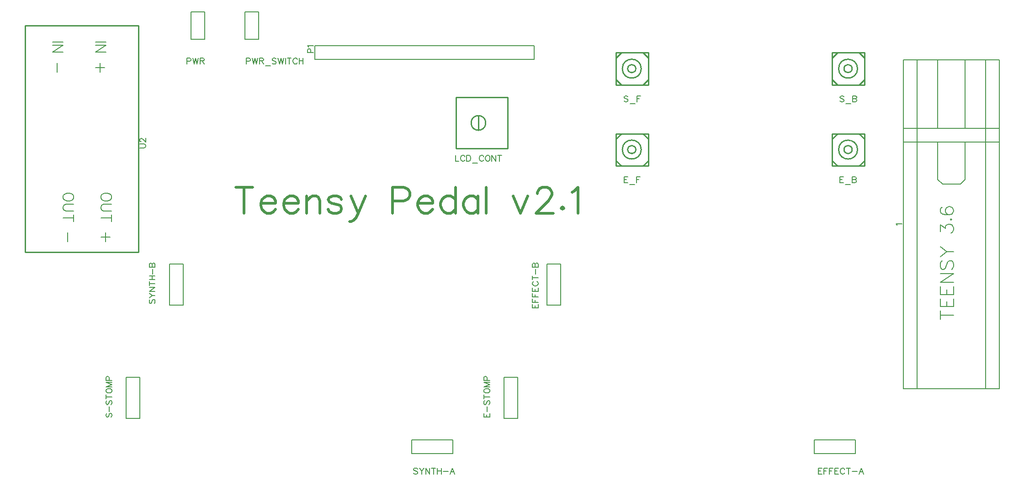
<source format=gto>
G04 Layer: TopSilkLayer*
G04 EasyEDA v6.3.22, 2020-01-02T17:57:10--6:00*
G04 9629da53efd44d938a0aa96a75fe1ddf,91dbd57421b04f99998894d68b3b19aa,10*
G04 Gerber Generator version 0.2*
G04 Scale: 100 percent, Rotated: No, Reflected: No *
G04 Dimensions in millimeters *
G04 leading zeros omitted , absolute positions ,3 integer and 3 decimal *
%FSLAX33Y33*%
%MOMM*%
G90*
G71D02*

%ADD10C,0.254000*%
%ADD24C,0.127000*%
%ADD25C,0.203200*%
%ADD26C,0.202999*%
%ADD27C,0.499999*%
%ADD28C,0.152400*%

%LPD*%
G54D24*
G01X167729Y21730D02*
G01X167729Y67450D01*
G01X167729Y69990D01*
G01X167729Y82690D01*
G01X170269Y82690D01*
G01X174079Y82690D01*
G01X179159Y82690D01*
G01X182969Y82690D01*
G01X185509Y82690D01*
G01X185509Y69990D01*
G01X185509Y67450D01*
G01X185509Y21730D01*
G01X182969Y21730D01*
G01X170269Y21730D01*
G01X167729Y21730D01*
G01X167729Y69990D02*
G01X170269Y69990D01*
G01X174079Y69990D01*
G01X179159Y69990D01*
G01X182969Y69990D01*
G01X185509Y69990D01*
G01X170269Y21730D02*
G01X170269Y69990D01*
G01X170269Y82690D01*
G01X182969Y21730D02*
G01X182969Y69990D01*
G01X182969Y82690D01*
G01X174079Y69990D02*
G01X174079Y82690D01*
G01X179159Y82690D02*
G01X179159Y69990D01*
G01X167729Y67450D02*
G01X185509Y67450D01*
G01X174095Y67443D02*
G01X174095Y60508D01*
G01X174984Y59619D01*
G01X178336Y59619D01*
G01X179200Y60483D01*
G01X179200Y67341D01*
G01X179124Y67417D01*
G54D10*
G01X26000Y88999D02*
G01X26000Y47000D01*
G01X5000Y47000D01*
G01X5000Y88999D01*
G01X26000Y88999D01*
G01X114460Y83000D02*
G01X115460Y84000D01*
G01X119460Y84000D01*
G01X120460Y83000D01*
G01X120460Y79000D01*
G01X119460Y78000D01*
G01X115460Y78000D01*
G01X114460Y79000D01*
G01X114460Y83000D01*
G01X114460Y84000D02*
G01X120460Y84000D01*
G01X120460Y78000D01*
G01X114460Y78000D01*
G01X114460Y84000D01*
G01X154540Y83000D02*
G01X155539Y84000D01*
G01X159539Y84000D01*
G01X160539Y83000D01*
G01X160539Y79000D01*
G01X159539Y78000D01*
G01X155539Y78000D01*
G01X154540Y79000D01*
G01X154540Y83000D01*
G01X154540Y84000D02*
G01X160539Y84000D01*
G01X160539Y78000D01*
G01X154540Y78000D01*
G01X154540Y84000D01*
G01X114460Y68000D02*
G01X115460Y69000D01*
G01X119460Y69000D01*
G01X120460Y68000D01*
G01X120460Y64000D01*
G01X119460Y63000D01*
G01X115460Y63000D01*
G01X114460Y64000D01*
G01X114460Y68000D01*
G01X114460Y69000D02*
G01X120460Y69000D01*
G01X120460Y63000D01*
G01X114460Y63000D01*
G01X114460Y69000D01*
G01X154540Y68000D02*
G01X155539Y69000D01*
G01X159539Y69000D01*
G01X160539Y68000D01*
G01X160539Y64000D01*
G01X159539Y63000D01*
G01X155539Y63000D01*
G01X154540Y64000D01*
G01X154540Y68000D01*
G01X154540Y69000D02*
G01X160539Y69000D01*
G01X160539Y63000D01*
G01X154540Y63000D01*
G01X154540Y69000D01*
G01X88999Y69646D02*
G01X88999Y72357D01*
G01X84890Y75724D02*
G01X94390Y75724D01*
G01X94390Y66224D01*
G01X84890Y66224D01*
G01X84890Y75724D01*
G54D25*
G01X99319Y85270D02*
G01X99319Y82730D01*
G01X58679Y82730D01*
G01X58679Y85270D01*
G01X60584Y85270D01*
G54D26*
G01X99319Y85270D02*
G01X60584Y85270D01*
G54D25*
G01X104269Y42905D02*
G01X104269Y44810D01*
G01X101729Y44810D01*
G01X101729Y37190D01*
G01X104269Y37190D01*
G54D26*
G01X104269Y37190D02*
G01X104269Y42905D01*
G54D25*
G01X153094Y12270D02*
G01X151189Y12270D01*
G01X151189Y9730D01*
G01X158809Y9730D01*
G01X158809Y12270D01*
G54D26*
G01X158809Y12270D02*
G01X153094Y12270D01*
G54D25*
G01X34270Y42905D02*
G01X34270Y44810D01*
G01X31730Y44810D01*
G01X31730Y37190D01*
G01X34270Y37190D01*
G54D26*
G01X34270Y37190D02*
G01X34270Y42905D01*
G54D25*
G01X78555Y12270D02*
G01X76650Y12270D01*
G01X76650Y9730D01*
G01X84270Y9730D01*
G01X84270Y12270D01*
G54D26*
G01X84270Y12270D02*
G01X78555Y12270D01*
G54D25*
G01X26270Y21905D02*
G01X26270Y23810D01*
G01X23730Y23810D01*
G01X23730Y16190D01*
G01X26270Y16190D01*
G54D26*
G01X26270Y16190D02*
G01X26270Y21905D01*
G54D25*
G01X96270Y21905D02*
G01X96270Y23810D01*
G01X93730Y23810D01*
G01X93730Y16190D01*
G01X96270Y16190D01*
G54D26*
G01X96270Y16190D02*
G01X96270Y21905D01*
G54D25*
G01X48270Y86459D02*
G01X45730Y86459D01*
G01X45730Y91539D01*
G01X48270Y91539D01*
G01X48270Y89634D01*
G54D26*
G01X48270Y86459D02*
G01X48270Y89634D01*
G54D25*
G01X38270Y86459D02*
G01X35730Y86459D01*
G01X35730Y91539D01*
G01X38270Y91539D01*
G01X38270Y89634D01*
G54D26*
G01X38270Y86459D02*
G01X38270Y89634D01*
G54D27*
G01X45591Y59045D02*
G01X45591Y54272D01*
G01X44001Y59045D02*
G01X47181Y59045D01*
G01X48682Y56091D02*
G01X51410Y56091D01*
G01X51410Y56545D01*
G01X51181Y57000D01*
G01X50955Y57226D01*
G01X50500Y57455D01*
G01X49817Y57455D01*
G01X49362Y57226D01*
G01X48908Y56771D01*
G01X48682Y56091D01*
G01X48682Y55636D01*
G01X48908Y54955D01*
G01X49362Y54501D01*
G01X49817Y54272D01*
G01X50500Y54272D01*
G01X50955Y54501D01*
G01X51410Y54955D01*
G01X52908Y56091D02*
G01X55636Y56091D01*
G01X55636Y56545D01*
G01X55408Y57000D01*
G01X55182Y57226D01*
G01X54727Y57455D01*
G01X54044Y57455D01*
G01X53592Y57226D01*
G01X53137Y56771D01*
G01X52908Y56091D01*
G01X52908Y55636D01*
G01X53137Y54955D01*
G01X53592Y54501D01*
G01X54044Y54272D01*
G01X54727Y54272D01*
G01X55182Y54501D01*
G01X55636Y54955D01*
G01X57135Y57455D02*
G01X57135Y54272D01*
G01X57135Y56545D02*
G01X57818Y57226D01*
G01X58273Y57455D01*
G01X58954Y57455D01*
G01X59408Y57226D01*
G01X59637Y56545D01*
G01X59637Y54272D01*
G01X63635Y56771D02*
G01X63409Y57226D01*
G01X62728Y57455D01*
G01X62045Y57455D01*
G01X61364Y57226D01*
G01X61135Y56771D01*
G01X61364Y56317D01*
G01X61819Y56091D01*
G01X62954Y55862D01*
G01X63409Y55636D01*
G01X63635Y55181D01*
G01X63635Y54955D01*
G01X63409Y54501D01*
G01X62728Y54272D01*
G01X62045Y54272D01*
G01X61364Y54501D01*
G01X61135Y54955D01*
G01X65362Y57455D02*
G01X66726Y54272D01*
G01X68090Y57455D02*
G01X66726Y54272D01*
G01X66271Y53363D01*
G01X65817Y52908D01*
G01X65362Y52682D01*
G01X65136Y52682D01*
G01X73091Y59045D02*
G01X73091Y54272D01*
G01X73091Y59045D02*
G01X75136Y59045D01*
G01X75817Y58819D01*
G01X76045Y58590D01*
G01X76271Y58135D01*
G01X76271Y57455D01*
G01X76045Y57000D01*
G01X75817Y56771D01*
G01X75136Y56545D01*
G01X73091Y56545D01*
G01X77772Y56091D02*
G01X80500Y56091D01*
G01X80500Y56545D01*
G01X80272Y57000D01*
G01X80046Y57226D01*
G01X79591Y57455D01*
G01X78908Y57455D01*
G01X78453Y57226D01*
G01X77998Y56771D01*
G01X77772Y56091D01*
G01X77772Y55636D01*
G01X77998Y54955D01*
G01X78453Y54501D01*
G01X78908Y54272D01*
G01X79591Y54272D01*
G01X80046Y54501D01*
G01X80500Y54955D01*
G01X84727Y59045D02*
G01X84727Y54272D01*
G01X84727Y56771D02*
G01X84272Y57226D01*
G01X83818Y57455D01*
G01X83137Y57455D01*
G01X82682Y57226D01*
G01X82228Y56771D01*
G01X81999Y56091D01*
G01X81999Y55636D01*
G01X82228Y54955D01*
G01X82682Y54501D01*
G01X83137Y54272D01*
G01X83818Y54272D01*
G01X84272Y54501D01*
G01X84727Y54955D01*
G01X88953Y57455D02*
G01X88953Y54272D01*
G01X88953Y56771D02*
G01X88499Y57226D01*
G01X88044Y57455D01*
G01X87363Y57455D01*
G01X86909Y57226D01*
G01X86454Y56771D01*
G01X86225Y56091D01*
G01X86225Y55636D01*
G01X86454Y54955D01*
G01X86909Y54501D01*
G01X87363Y54272D01*
G01X88044Y54272D01*
G01X88499Y54501D01*
G01X88953Y54955D01*
G01X90455Y59045D02*
G01X90455Y54272D01*
G01X95453Y57455D02*
G01X96817Y54272D01*
G01X98181Y57455D02*
G01X96817Y54272D01*
G01X99908Y57909D02*
G01X99908Y58135D01*
G01X100135Y58590D01*
G01X100363Y58819D01*
G01X100818Y59045D01*
G01X101727Y59045D01*
G01X102182Y58819D01*
G01X102408Y58590D01*
G01X102636Y58135D01*
G01X102636Y57681D01*
G01X102408Y57226D01*
G01X101953Y56545D01*
G01X99682Y54272D01*
G01X102862Y54272D01*
G01X104590Y55407D02*
G01X104364Y55181D01*
G01X104590Y54955D01*
G01X104818Y55181D01*
G01X104590Y55407D01*
G01X106317Y58135D02*
G01X106772Y58364D01*
G01X107455Y59045D01*
G01X107455Y54272D01*
G54D28*
G01X166591Y51999D02*
G01X166541Y52104D01*
G01X166383Y52259D01*
G01X167475Y52259D01*
G54D25*
G01X174600Y35365D02*
G01X177023Y35365D01*
G01X174600Y34557D02*
G01X174600Y36173D01*
G01X174600Y36935D02*
G01X177023Y36935D01*
G01X174600Y36935D02*
G01X174600Y38436D01*
G01X175753Y36935D02*
G01X175753Y37859D01*
G01X177023Y36935D02*
G01X177023Y38436D01*
G01X174600Y39198D02*
G01X177023Y39198D01*
G01X174600Y39198D02*
G01X174600Y40699D01*
G01X175753Y39198D02*
G01X175753Y40122D01*
G01X177023Y39198D02*
G01X177023Y40699D01*
G01X174600Y41461D02*
G01X177023Y41461D01*
G01X174600Y41461D02*
G01X177023Y43076D01*
G01X174600Y43076D02*
G01X177023Y43076D01*
G01X174945Y45456D02*
G01X174714Y45225D01*
G01X174600Y44877D01*
G01X174600Y44418D01*
G01X174714Y44070D01*
G01X174945Y43838D01*
G01X175177Y43838D01*
G01X175408Y43955D01*
G01X175522Y44070D01*
G01X175639Y44301D01*
G01X175870Y44994D01*
G01X175984Y45225D01*
G01X176101Y45340D01*
G01X176330Y45456D01*
G01X176678Y45456D01*
G01X176909Y45225D01*
G01X177023Y44877D01*
G01X177023Y44418D01*
G01X176909Y44070D01*
G01X176678Y43838D01*
G01X174600Y46218D02*
G01X175753Y47140D01*
G01X177023Y47140D01*
G01X174600Y48065D02*
G01X175753Y47140D01*
G01X174600Y50836D02*
G01X174600Y52106D01*
G01X175522Y51413D01*
G01X175522Y51758D01*
G01X175639Y51989D01*
G01X175753Y52106D01*
G01X176101Y52220D01*
G01X176330Y52220D01*
G01X176678Y52106D01*
G01X176909Y51875D01*
G01X177023Y51530D01*
G01X177023Y51182D01*
G01X176909Y50836D01*
G01X176792Y50719D01*
G01X176561Y50605D01*
G01X176447Y53099D02*
G01X176561Y52982D01*
G01X176678Y53099D01*
G01X176561Y53214D01*
G01X176447Y53099D01*
G01X174945Y55362D02*
G01X174714Y55246D01*
G01X174600Y54900D01*
G01X174600Y54669D01*
G01X174714Y54324D01*
G01X175060Y54092D01*
G01X175639Y53976D01*
G01X176215Y53976D01*
G01X176678Y54092D01*
G01X176909Y54324D01*
G01X177023Y54669D01*
G01X177023Y54783D01*
G01X176909Y55131D01*
G01X176678Y55362D01*
G01X176330Y55477D01*
G01X176215Y55477D01*
G01X175870Y55362D01*
G01X175639Y55131D01*
G01X175522Y54783D01*
G01X175522Y54669D01*
G01X175639Y54324D01*
G01X175870Y54092D01*
G01X176215Y53976D01*
G54D28*
G01X26254Y66376D02*
G01X27031Y66376D01*
G01X27189Y66426D01*
G01X27293Y66531D01*
G01X27343Y66688D01*
G01X27343Y66792D01*
G01X27293Y66947D01*
G01X27189Y67051D01*
G01X27031Y67102D01*
G01X26254Y67102D01*
G01X26513Y67498D02*
G01X26460Y67498D01*
G01X26355Y67549D01*
G01X26305Y67602D01*
G01X26254Y67707D01*
G01X26254Y67912D01*
G01X26305Y68017D01*
G01X26355Y68070D01*
G01X26460Y68121D01*
G01X26564Y68121D01*
G01X26668Y68070D01*
G01X26825Y67966D01*
G01X27343Y67445D01*
G01X27343Y68174D01*
G54D25*
G01X20999Y57446D02*
G01X20908Y57631D01*
G01X20723Y57817D01*
G01X20540Y57908D01*
G01X20263Y57999D01*
G01X19801Y57999D01*
G01X19524Y57908D01*
G01X19338Y57817D01*
G01X19153Y57631D01*
G01X19061Y57446D01*
G01X19061Y57077D01*
G01X19153Y56892D01*
G01X19338Y56707D01*
G01X19524Y56615D01*
G01X19801Y56524D01*
G01X20263Y56524D01*
G01X20540Y56615D01*
G01X20723Y56707D01*
G01X20908Y56892D01*
G01X20999Y57077D01*
G01X20999Y57446D01*
G01X20999Y55914D02*
G01X19615Y55914D01*
G01X19338Y55820D01*
G01X19153Y55637D01*
G01X19061Y55358D01*
G01X19061Y55175D01*
G01X19153Y54898D01*
G01X19338Y54713D01*
G01X19615Y54621D01*
G01X20999Y54621D01*
G01X20999Y53364D02*
G01X19061Y53364D01*
G01X20999Y54012D02*
G01X20999Y52716D01*
G01X20723Y49854D02*
G01X19061Y49854D01*
G01X19892Y50684D02*
G01X19892Y49023D01*
G01X13999Y57446D02*
G01X13906Y57631D01*
G01X13723Y57817D01*
G01X13537Y57908D01*
G01X13260Y58000D01*
G01X12798Y58000D01*
G01X12521Y57908D01*
G01X12336Y57817D01*
G01X12150Y57631D01*
G01X12059Y57446D01*
G01X12059Y57078D01*
G01X12150Y56892D01*
G01X12336Y56707D01*
G01X12521Y56615D01*
G01X12798Y56524D01*
G01X13260Y56524D01*
G01X13537Y56615D01*
G01X13723Y56707D01*
G01X13906Y56892D01*
G01X13999Y57078D01*
G01X13999Y57446D01*
G01X13999Y55914D02*
G01X12613Y55914D01*
G01X12336Y55820D01*
G01X12150Y55637D01*
G01X12059Y55358D01*
G01X12059Y55175D01*
G01X12150Y54898D01*
G01X12336Y54713D01*
G01X12613Y54621D01*
G01X13999Y54621D01*
G01X13999Y53364D02*
G01X12059Y53364D01*
G01X13999Y54012D02*
G01X13999Y52716D01*
G01X12890Y50684D02*
G01X12890Y49023D01*
G01X12046Y86000D02*
G01X10108Y86000D01*
G01X12046Y85390D02*
G01X10108Y85390D01*
G01X12046Y85390D02*
G01X10108Y84097D01*
G01X12046Y84097D02*
G01X10108Y84097D01*
G01X10939Y82065D02*
G01X10939Y80402D01*
G01X20000Y86000D02*
G01X18062Y86000D01*
G01X20000Y85390D02*
G01X18062Y85390D01*
G01X20000Y85390D02*
G01X18062Y84097D01*
G01X20000Y84097D02*
G01X18062Y84097D01*
G01X19723Y81234D02*
G01X18062Y81234D01*
G01X18892Y82065D02*
G01X18892Y80401D01*
G54D28*
G01X116726Y75842D02*
G01X116622Y75946D01*
G01X116467Y76000D01*
G01X116258Y76000D01*
G01X116104Y75946D01*
G01X115999Y75842D01*
G01X115999Y75738D01*
G01X116050Y75634D01*
G01X116104Y75583D01*
G01X116208Y75530D01*
G01X116520Y75428D01*
G01X116622Y75375D01*
G01X116675Y75324D01*
G01X116726Y75220D01*
G01X116726Y75062D01*
G01X116622Y74958D01*
G01X116467Y74907D01*
G01X116258Y74907D01*
G01X116104Y74958D01*
G01X115999Y75062D01*
G01X117069Y74544D02*
G01X118006Y74544D01*
G01X118349Y76000D02*
G01X118349Y74907D01*
G01X118349Y76000D02*
G01X119022Y76000D01*
G01X118349Y75479D02*
G01X118763Y75479D01*
G01X156726Y75842D02*
G01X156622Y75946D01*
G01X156467Y76000D01*
G01X156259Y76000D01*
G01X156104Y75946D01*
G01X156000Y75842D01*
G01X156000Y75738D01*
G01X156051Y75634D01*
G01X156104Y75583D01*
G01X156208Y75530D01*
G01X156521Y75428D01*
G01X156622Y75375D01*
G01X156676Y75324D01*
G01X156726Y75220D01*
G01X156726Y75062D01*
G01X156622Y74958D01*
G01X156467Y74907D01*
G01X156259Y74907D01*
G01X156104Y74958D01*
G01X156000Y75062D01*
G01X157069Y74544D02*
G01X158007Y74544D01*
G01X158349Y76000D02*
G01X158349Y74907D01*
G01X158349Y76000D02*
G01X158817Y76000D01*
G01X158972Y75946D01*
G01X159023Y75895D01*
G01X159076Y75791D01*
G01X159076Y75687D01*
G01X159023Y75583D01*
G01X158972Y75530D01*
G01X158817Y75479D01*
G01X158349Y75479D02*
G01X158817Y75479D01*
G01X158972Y75428D01*
G01X159023Y75375D01*
G01X159076Y75271D01*
G01X159076Y75116D01*
G01X159023Y75012D01*
G01X158972Y74958D01*
G01X158817Y74907D01*
G01X158349Y74907D01*
G01X116000Y60999D02*
G01X116000Y59907D01*
G01X116000Y60999D02*
G01X116675Y60999D01*
G01X116000Y60479D02*
G01X116416Y60479D01*
G01X116000Y59907D02*
G01X116675Y59907D01*
G01X117018Y59544D02*
G01X117953Y59544D01*
G01X118296Y60999D02*
G01X118296Y59907D01*
G01X118296Y60999D02*
G01X118971Y60999D01*
G01X118296Y60479D02*
G01X118712Y60479D01*
G01X156000Y61000D02*
G01X156000Y59907D01*
G01X156000Y61000D02*
G01X156676Y61000D01*
G01X156000Y60479D02*
G01X156417Y60479D01*
G01X156000Y59907D02*
G01X156676Y59907D01*
G01X157018Y59544D02*
G01X157953Y59544D01*
G01X158296Y61000D02*
G01X158296Y59907D01*
G01X158296Y61000D02*
G01X158763Y61000D01*
G01X158921Y60946D01*
G01X158972Y60895D01*
G01X159023Y60791D01*
G01X159023Y60687D01*
G01X158972Y60583D01*
G01X158921Y60530D01*
G01X158763Y60479D01*
G01X158296Y60479D02*
G01X158763Y60479D01*
G01X158921Y60428D01*
G01X158972Y60375D01*
G01X159023Y60271D01*
G01X159023Y60116D01*
G01X158972Y60011D01*
G01X158921Y59958D01*
G01X158763Y59907D01*
G01X158296Y59907D01*
G01X84749Y65000D02*
G01X84749Y63910D01*
G01X84749Y63910D02*
G01X85372Y63910D01*
G01X86494Y64740D02*
G01X86443Y64845D01*
G01X86339Y64949D01*
G01X86235Y65000D01*
G01X86027Y65000D01*
G01X85923Y64949D01*
G01X85819Y64845D01*
G01X85768Y64740D01*
G01X85715Y64586D01*
G01X85715Y64324D01*
G01X85768Y64169D01*
G01X85819Y64065D01*
G01X85923Y63961D01*
G01X86027Y63910D01*
G01X86235Y63910D01*
G01X86339Y63961D01*
G01X86443Y64065D01*
G01X86494Y64169D01*
G01X86837Y65000D02*
G01X86837Y63910D01*
G01X86837Y65000D02*
G01X87200Y65000D01*
G01X87358Y64949D01*
G01X87462Y64845D01*
G01X87513Y64740D01*
G01X87566Y64586D01*
G01X87566Y64324D01*
G01X87513Y64169D01*
G01X87462Y64065D01*
G01X87358Y63961D01*
G01X87200Y63910D01*
G01X86837Y63910D01*
G01X87909Y63544D02*
G01X88844Y63544D01*
G01X89966Y64740D02*
G01X89913Y64845D01*
G01X89809Y64949D01*
G01X89705Y65000D01*
G01X89499Y65000D01*
G01X89395Y64949D01*
G01X89291Y64845D01*
G01X89237Y64740D01*
G01X89187Y64586D01*
G01X89187Y64324D01*
G01X89237Y64169D01*
G01X89291Y64065D01*
G01X89395Y63961D01*
G01X89499Y63910D01*
G01X89705Y63910D01*
G01X89809Y63961D01*
G01X89913Y64065D01*
G01X89966Y64169D01*
G01X90619Y65000D02*
G01X90515Y64949D01*
G01X90414Y64845D01*
G01X90360Y64740D01*
G01X90309Y64586D01*
G01X90309Y64324D01*
G01X90360Y64169D01*
G01X90414Y64065D01*
G01X90515Y63961D01*
G01X90619Y63910D01*
G01X90828Y63910D01*
G01X90932Y63961D01*
G01X91036Y64065D01*
G01X91087Y64169D01*
G01X91140Y64324D01*
G01X91140Y64586D01*
G01X91087Y64740D01*
G01X91036Y64845D01*
G01X90932Y64949D01*
G01X90828Y65000D01*
G01X90619Y65000D01*
G01X91483Y65000D02*
G01X91483Y63910D01*
G01X91483Y65000D02*
G01X92209Y63910D01*
G01X92209Y65000D02*
G01X92209Y63910D01*
G01X92915Y65000D02*
G01X92915Y63910D01*
G01X92552Y65000D02*
G01X93281Y65000D01*
G01X57333Y84000D02*
G01X58425Y84000D01*
G01X57333Y84000D02*
G01X57333Y84467D01*
G01X57387Y84622D01*
G01X57437Y84675D01*
G01X57542Y84726D01*
G01X57699Y84726D01*
G01X57803Y84675D01*
G01X57854Y84622D01*
G01X57905Y84467D01*
G01X57905Y84000D01*
G01X57542Y85069D02*
G01X57491Y85173D01*
G01X57333Y85330D01*
G01X58425Y85330D01*
G01X99000Y36729D02*
G01X100090Y36729D01*
G01X99000Y36729D02*
G01X99000Y37405D01*
G01X99518Y36729D02*
G01X99518Y37146D01*
G01X100090Y36729D02*
G01X100090Y37405D01*
G01X99000Y37748D02*
G01X100090Y37748D01*
G01X99000Y37748D02*
G01X99000Y38423D01*
G01X99518Y37748D02*
G01X99518Y38164D01*
G01X99000Y38766D02*
G01X100090Y38766D01*
G01X99000Y38766D02*
G01X99000Y39442D01*
G01X99518Y38766D02*
G01X99518Y39183D01*
G01X99000Y39785D02*
G01X100090Y39785D01*
G01X99000Y39785D02*
G01X99000Y40460D01*
G01X99518Y39785D02*
G01X99518Y40199D01*
G01X100090Y39785D02*
G01X100090Y40460D01*
G01X99259Y41583D02*
G01X99155Y41530D01*
G01X99051Y41426D01*
G01X99000Y41321D01*
G01X99000Y41113D01*
G01X99051Y41012D01*
G01X99155Y40907D01*
G01X99259Y40854D01*
G01X99416Y40803D01*
G01X99676Y40803D01*
G01X99830Y40854D01*
G01X99935Y40907D01*
G01X100039Y41012D01*
G01X100090Y41113D01*
G01X100090Y41321D01*
G01X100039Y41426D01*
G01X99935Y41530D01*
G01X99830Y41583D01*
G01X99000Y42289D02*
G01X100090Y42289D01*
G01X99000Y41926D02*
G01X99000Y42652D01*
G01X99622Y42995D02*
G01X99622Y43930D01*
G01X99000Y44273D02*
G01X100090Y44273D01*
G01X99000Y44273D02*
G01X99000Y44740D01*
G01X99051Y44898D01*
G01X99104Y44949D01*
G01X99208Y44999D01*
G01X99312Y44999D01*
G01X99416Y44949D01*
G01X99467Y44898D01*
G01X99518Y44740D01*
G01X99518Y44273D02*
G01X99518Y44740D01*
G01X99571Y44898D01*
G01X99622Y44949D01*
G01X99726Y44999D01*
G01X99884Y44999D01*
G01X99988Y44949D01*
G01X100039Y44898D01*
G01X100090Y44740D01*
G01X100090Y44273D01*
G01X152000Y6999D02*
G01X152000Y5910D01*
G01X152000Y6999D02*
G01X152673Y6999D01*
G01X152000Y6481D02*
G01X152414Y6481D01*
G01X152000Y5910D02*
G01X152673Y5910D01*
G01X153016Y6999D02*
G01X153016Y5910D01*
G01X153016Y6999D02*
G01X153692Y6999D01*
G01X153016Y6481D02*
G01X153432Y6481D01*
G01X154034Y6999D02*
G01X154034Y5910D01*
G01X154034Y6999D02*
G01X154710Y6999D01*
G01X154034Y6481D02*
G01X154451Y6481D01*
G01X155053Y6999D02*
G01X155053Y5910D01*
G01X155053Y6999D02*
G01X155729Y6999D01*
G01X155053Y6481D02*
G01X155470Y6481D01*
G01X155053Y5910D02*
G01X155729Y5910D01*
G01X156851Y6740D02*
G01X156801Y6844D01*
G01X156696Y6948D01*
G01X156592Y6999D01*
G01X156384Y6999D01*
G01X156280Y6948D01*
G01X156176Y6844D01*
G01X156125Y6740D01*
G01X156072Y6583D01*
G01X156072Y6324D01*
G01X156125Y6169D01*
G01X156176Y6065D01*
G01X156280Y5960D01*
G01X156384Y5910D01*
G01X156592Y5910D01*
G01X156696Y5960D01*
G01X156801Y6065D01*
G01X156851Y6169D01*
G01X157557Y6999D02*
G01X157557Y5910D01*
G01X157194Y6999D02*
G01X157921Y6999D01*
G01X158264Y6377D02*
G01X159201Y6377D01*
G01X159958Y6999D02*
G01X159544Y5910D01*
G01X159958Y6999D02*
G01X160374Y5910D01*
G01X159699Y6273D02*
G01X160217Y6273D01*
G01X28154Y38267D02*
G01X28050Y38165D01*
G01X27999Y38007D01*
G01X27999Y37799D01*
G01X28050Y37644D01*
G01X28154Y37540D01*
G01X28258Y37540D01*
G01X28362Y37593D01*
G01X28416Y37644D01*
G01X28467Y37748D01*
G01X28571Y38061D01*
G01X28621Y38165D01*
G01X28675Y38216D01*
G01X28779Y38267D01*
G01X28934Y38267D01*
G01X29038Y38165D01*
G01X29089Y38007D01*
G01X29089Y37799D01*
G01X29038Y37644D01*
G01X28934Y37540D01*
G01X27999Y38609D02*
G01X28517Y39026D01*
G01X29089Y39026D01*
G01X27999Y39443D02*
G01X28517Y39026D01*
G01X27999Y39785D02*
G01X29089Y39785D01*
G01X27999Y39785D02*
G01X29089Y40512D01*
G01X27999Y40512D02*
G01X29089Y40512D01*
G01X27999Y41218D02*
G01X29089Y41218D01*
G01X27999Y40855D02*
G01X27999Y41581D01*
G01X27999Y41924D02*
G01X29089Y41924D01*
G01X27999Y42653D02*
G01X29089Y42653D01*
G01X28517Y41924D02*
G01X28517Y42653D01*
G01X28621Y42996D02*
G01X28621Y43931D01*
G01X27999Y44274D02*
G01X29089Y44274D01*
G01X27999Y44274D02*
G01X27999Y44741D01*
G01X28050Y44896D01*
G01X28103Y44949D01*
G01X28207Y45000D01*
G01X28312Y45000D01*
G01X28416Y44949D01*
G01X28467Y44896D01*
G01X28517Y44741D01*
G01X28517Y44274D02*
G01X28517Y44741D01*
G01X28571Y44896D01*
G01X28621Y44949D01*
G01X28726Y45000D01*
G01X28883Y45000D01*
G01X28987Y44949D01*
G01X29038Y44896D01*
G01X29089Y44741D01*
G01X29089Y44274D01*
G01X77726Y6845D02*
G01X77621Y6949D01*
G01X77466Y6999D01*
G01X77258Y6999D01*
G01X77101Y6949D01*
G01X76999Y6845D01*
G01X76999Y6740D01*
G01X77050Y6636D01*
G01X77101Y6583D01*
G01X77205Y6532D01*
G01X77517Y6428D01*
G01X77621Y6377D01*
G01X77672Y6324D01*
G01X77726Y6220D01*
G01X77726Y6065D01*
G01X77621Y5961D01*
G01X77466Y5910D01*
G01X77258Y5910D01*
G01X77101Y5961D01*
G01X76999Y6065D01*
G01X78068Y6999D02*
G01X78485Y6481D01*
G01X78485Y5910D01*
G01X78899Y6999D02*
G01X78485Y6481D01*
G01X79242Y6999D02*
G01X79242Y5910D01*
G01X79242Y6999D02*
G01X79971Y5910D01*
G01X79971Y6999D02*
G01X79971Y5910D01*
G01X80677Y6999D02*
G01X80677Y5910D01*
G01X80314Y6999D02*
G01X81040Y6999D01*
G01X81383Y6999D02*
G01X81383Y5910D01*
G01X82110Y6999D02*
G01X82110Y5910D01*
G01X81383Y6481D02*
G01X82110Y6481D01*
G01X82452Y6377D02*
G01X83387Y6377D01*
G01X84147Y6999D02*
G01X83730Y5910D01*
G01X84147Y6999D02*
G01X84563Y5910D01*
G01X83888Y6273D02*
G01X84406Y6273D01*
G01X20155Y17161D02*
G01X20051Y17060D01*
G01X20000Y16902D01*
G01X20000Y16694D01*
G01X20051Y16539D01*
G01X20155Y16435D01*
G01X20259Y16435D01*
G01X20363Y16488D01*
G01X20416Y16539D01*
G01X20467Y16643D01*
G01X20571Y16956D01*
G01X20622Y17060D01*
G01X20675Y17111D01*
G01X20780Y17161D01*
G01X20935Y17161D01*
G01X21039Y17060D01*
G01X21089Y16902D01*
G01X21089Y16694D01*
G01X21039Y16539D01*
G01X20935Y16435D01*
G01X20622Y17504D02*
G01X20622Y18442D01*
G01X20155Y19511D02*
G01X20051Y19407D01*
G01X20000Y19252D01*
G01X20000Y19044D01*
G01X20051Y18889D01*
G01X20155Y18784D01*
G01X20259Y18784D01*
G01X20363Y18835D01*
G01X20416Y18889D01*
G01X20467Y18990D01*
G01X20571Y19303D01*
G01X20622Y19407D01*
G01X20675Y19460D01*
G01X20780Y19511D01*
G01X20935Y19511D01*
G01X21039Y19407D01*
G01X21089Y19252D01*
G01X21089Y19044D01*
G01X21039Y18889D01*
G01X20935Y18784D01*
G01X20000Y20217D02*
G01X21089Y20217D01*
G01X20000Y19854D02*
G01X20000Y20580D01*
G01X20000Y21236D02*
G01X20051Y21131D01*
G01X20155Y21027D01*
G01X20259Y20976D01*
G01X20416Y20923D01*
G01X20675Y20923D01*
G01X20830Y20976D01*
G01X20935Y21027D01*
G01X21039Y21131D01*
G01X21089Y21236D01*
G01X21089Y21444D01*
G01X21039Y21548D01*
G01X20935Y21652D01*
G01X20830Y21703D01*
G01X20675Y21756D01*
G01X20416Y21756D01*
G01X20259Y21703D01*
G01X20155Y21652D01*
G01X20051Y21548D01*
G01X20000Y21444D01*
G01X20000Y21236D01*
G01X20000Y22099D02*
G01X21089Y22099D01*
G01X20000Y22099D02*
G01X21089Y22513D01*
G01X20000Y22930D02*
G01X21089Y22513D01*
G01X20000Y22930D02*
G01X21089Y22930D01*
G01X20000Y23273D02*
G01X21089Y23273D01*
G01X20000Y23273D02*
G01X20000Y23740D01*
G01X20051Y23895D01*
G01X20104Y23948D01*
G01X20208Y23999D01*
G01X20363Y23999D01*
G01X20467Y23948D01*
G01X20518Y23895D01*
G01X20571Y23740D01*
G01X20571Y23273D01*
G01X90000Y16489D02*
G01X91089Y16489D01*
G01X90000Y16489D02*
G01X90000Y17162D01*
G01X90518Y16489D02*
G01X90518Y16903D01*
G01X91089Y16489D02*
G01X91089Y17162D01*
G01X90622Y17505D02*
G01X90622Y18442D01*
G01X90154Y19511D02*
G01X90050Y19407D01*
G01X90000Y19252D01*
G01X90000Y19044D01*
G01X90050Y18889D01*
G01X90154Y18785D01*
G01X90259Y18785D01*
G01X90363Y18836D01*
G01X90416Y18889D01*
G01X90467Y18991D01*
G01X90571Y19303D01*
G01X90622Y19407D01*
G01X90675Y19461D01*
G01X90779Y19511D01*
G01X90934Y19511D01*
G01X91038Y19407D01*
G01X91089Y19252D01*
G01X91089Y19044D01*
G01X91038Y18889D01*
G01X90934Y18785D01*
G01X90000Y20218D02*
G01X91089Y20218D01*
G01X90000Y19854D02*
G01X90000Y20581D01*
G01X90000Y21236D02*
G01X90050Y21132D01*
G01X90154Y21028D01*
G01X90259Y20977D01*
G01X90416Y20924D01*
G01X90675Y20924D01*
G01X90830Y20977D01*
G01X90934Y21028D01*
G01X91038Y21132D01*
G01X91089Y21236D01*
G01X91089Y21444D01*
G01X91038Y21549D01*
G01X90934Y21653D01*
G01X90830Y21703D01*
G01X90675Y21757D01*
G01X90416Y21757D01*
G01X90259Y21703D01*
G01X90154Y21653D01*
G01X90050Y21549D01*
G01X90000Y21444D01*
G01X90000Y21236D01*
G01X90000Y22100D02*
G01X91089Y22100D01*
G01X90000Y22100D02*
G01X91089Y22514D01*
G01X90000Y22930D02*
G01X91089Y22514D01*
G01X90000Y22930D02*
G01X91089Y22930D01*
G01X90000Y23273D02*
G01X91089Y23273D01*
G01X90000Y23273D02*
G01X90000Y23741D01*
G01X90050Y23895D01*
G01X90104Y23949D01*
G01X90208Y24000D01*
G01X90363Y24000D01*
G01X90467Y23949D01*
G01X90518Y23895D01*
G01X90571Y23741D01*
G01X90571Y23273D01*
G01X45999Y82999D02*
G01X45999Y81910D01*
G01X45999Y82999D02*
G01X46467Y82999D01*
G01X46621Y82949D01*
G01X46675Y82898D01*
G01X46726Y82794D01*
G01X46726Y82636D01*
G01X46675Y82532D01*
G01X46621Y82481D01*
G01X46467Y82428D01*
G01X45999Y82428D01*
G01X47068Y82999D02*
G01X47330Y81910D01*
G01X47589Y82999D02*
G01X47330Y81910D01*
G01X47589Y82999D02*
G01X47848Y81910D01*
G01X48107Y82999D02*
G01X47848Y81910D01*
G01X48450Y82999D02*
G01X48450Y81910D01*
G01X48450Y82999D02*
G01X48920Y82999D01*
G01X49075Y82949D01*
G01X49126Y82898D01*
G01X49179Y82794D01*
G01X49179Y82689D01*
G01X49126Y82585D01*
G01X49075Y82532D01*
G01X48920Y82481D01*
G01X48450Y82481D01*
G01X48816Y82481D02*
G01X49179Y81910D01*
G01X49522Y81546D02*
G01X50457Y81546D01*
G01X51526Y82844D02*
G01X51422Y82949D01*
G01X51267Y82999D01*
G01X51059Y82999D01*
G01X50904Y82949D01*
G01X50800Y82844D01*
G01X50800Y82740D01*
G01X50851Y82636D01*
G01X50904Y82585D01*
G01X51008Y82532D01*
G01X51320Y82428D01*
G01X51422Y82377D01*
G01X51475Y82326D01*
G01X51526Y82222D01*
G01X51526Y82065D01*
G01X51422Y81960D01*
G01X51267Y81910D01*
G01X51059Y81910D01*
G01X50904Y81960D01*
G01X50800Y82065D01*
G01X51869Y82999D02*
G01X52131Y81910D01*
G01X52390Y82999D02*
G01X52131Y81910D01*
G01X52390Y82999D02*
G01X52649Y81910D01*
G01X52908Y82999D02*
G01X52649Y81910D01*
G01X53251Y82999D02*
G01X53251Y81910D01*
G01X53960Y82999D02*
G01X53960Y81910D01*
G01X53594Y82999D02*
G01X54323Y82999D01*
G01X55445Y82740D02*
G01X55392Y82844D01*
G01X55288Y82949D01*
G01X55184Y82999D01*
G01X54978Y82999D01*
G01X54874Y82949D01*
G01X54770Y82844D01*
G01X54716Y82740D01*
G01X54666Y82585D01*
G01X54666Y82326D01*
G01X54716Y82169D01*
G01X54770Y82065D01*
G01X54874Y81960D01*
G01X54978Y81910D01*
G01X55184Y81910D01*
G01X55288Y81960D01*
G01X55392Y82065D01*
G01X55445Y82169D01*
G01X55788Y82999D02*
G01X55788Y81910D01*
G01X56515Y82999D02*
G01X56515Y81910D01*
G01X55788Y82481D02*
G01X56515Y82481D01*
G01X34999Y82997D02*
G01X34999Y81908D01*
G01X34999Y82997D02*
G01X35469Y82997D01*
G01X35624Y82947D01*
G01X35675Y82896D01*
G01X35728Y82792D01*
G01X35728Y82634D01*
G01X35675Y82530D01*
G01X35624Y82479D01*
G01X35469Y82426D01*
G01X34999Y82426D01*
G01X36071Y82997D02*
G01X36330Y81908D01*
G01X36589Y82997D02*
G01X36330Y81908D01*
G01X36589Y82997D02*
G01X36851Y81908D01*
G01X37110Y82997D02*
G01X36851Y81908D01*
G01X37453Y82997D02*
G01X37453Y81908D01*
G01X37453Y82997D02*
G01X37920Y82997D01*
G01X38075Y82947D01*
G01X38129Y82896D01*
G01X38179Y82792D01*
G01X38179Y82688D01*
G01X38129Y82583D01*
G01X38075Y82530D01*
G01X37920Y82479D01*
G01X37453Y82479D01*
G01X37816Y82479D02*
G01X38179Y81908D01*
G54D10*
G75*
G01X90354Y71001D02*
G03X90354Y70975I-1354J-13D01*
G01*
G75*
G01X118164Y81048D02*
G03X118164Y81048I-749J0D01*
G01*
G75*
G01X119164Y81048D02*
G03X119164Y81048I-1750J0D01*
G01*
G75*
G01X158244Y81048D02*
G03X158244Y81048I-749J0D01*
G01*
G75*
G01X159244Y81048D02*
G03X159244Y81048I-1750J0D01*
G01*
G75*
G01X118164Y66048D02*
G03X118164Y66048I-749J0D01*
G01*
G75*
G01X119164Y66048D02*
G03X119164Y66048I-1750J0D01*
G01*
G75*
G01X158244Y66048D02*
G03X158244Y66048I-749J0D01*
G01*
G75*
G01X159244Y66048D02*
G03X159244Y66048I-1750J0D01*
G01*
M00*
M02*

</source>
